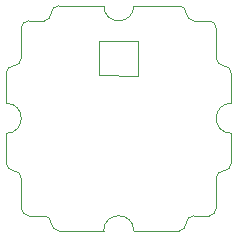
<source format=gm1>
G04 #@! TF.GenerationSoftware,KiCad,Pcbnew,5.1.5*
G04 #@! TF.CreationDate,2020-05-19T10:20:19+02:00*
G04 #@! TF.ProjectId,amoeba-king,616d6f65-6261-42d6-9b69-6e672e6b6963,rev?*
G04 #@! TF.SameCoordinates,Original*
G04 #@! TF.FileFunction,Profile,NP*
%FSLAX46Y46*%
G04 Gerber Fmt 4.6, Leading zero omitted, Abs format (unit mm)*
G04 Created by KiCad (PCBNEW 5.1.5) date 2020-05-19 10:20:19*
%MOMM*%
%LPD*%
G04 APERTURE LIST*
%ADD10C,0.100000*%
G04 APERTURE END LIST*
D10*
X77089000Y-162115500D02*
X77089000Y-162242500D01*
X76962000Y-162115500D02*
X77089000Y-162115500D01*
X73787000Y-162115500D02*
X73787000Y-162242500D01*
X73914000Y-162115500D02*
X73787000Y-162115500D01*
X76962000Y-162115500D02*
X73914000Y-162115500D01*
X77089000Y-165039040D02*
X77089000Y-162242500D01*
X73789540Y-165036500D02*
X77089000Y-165039040D01*
X73787000Y-162242500D02*
X73789540Y-165036500D01*
X83058000Y-176911000D02*
X81788000Y-176911000D01*
X84963000Y-169926000D02*
G75*
G02X84963000Y-167386000I0J1270000D01*
G01*
X84963000Y-169926000D02*
X84963000Y-172466000D01*
X65913000Y-169926000D02*
X65913000Y-172466000D01*
X70358000Y-159131000D02*
X74168000Y-159131000D01*
X76708000Y-159131000D02*
G75*
G02X74168000Y-159131000I-1270000J0D01*
G01*
X65913000Y-167386000D02*
G75*
G02X65913000Y-169926000I0J-1270000D01*
G01*
X70358000Y-178181000D02*
X74168000Y-178181000D01*
X74168000Y-178181000D02*
G75*
G02X76708000Y-178181000I1270000J0D01*
G01*
X83693000Y-176276000D02*
X83693000Y-173736000D01*
X81153000Y-177546000D02*
G75*
G02X80518000Y-178181000I-635000J0D01*
G01*
X81153000Y-177546000D02*
G75*
G02X81788000Y-176911000I635000J0D01*
G01*
X83693000Y-176276000D02*
G75*
G02X83058000Y-176911000I-635000J0D01*
G01*
X84963000Y-172466000D02*
G75*
G02X84328000Y-173101000I-635000J0D01*
G01*
X83693000Y-173736000D02*
G75*
G02X84328000Y-173101000I635000J0D01*
G01*
X67818000Y-176911000D02*
X69088000Y-176911000D01*
X67183000Y-173736000D02*
X67183000Y-176276000D01*
X70358000Y-178181000D02*
G75*
G02X69723000Y-177546000I0J635000D01*
G01*
X69088000Y-176911000D02*
G75*
G02X69723000Y-177546000I0J-635000D01*
G01*
X67818000Y-176911000D02*
G75*
G02X67183000Y-176276000I0J635000D01*
G01*
X66548000Y-173101000D02*
G75*
G02X67183000Y-173736000I0J-635000D01*
G01*
X66548000Y-173101000D02*
G75*
G02X65913000Y-172466000I0J635000D01*
G01*
X67183000Y-161036000D02*
X67183000Y-163576000D01*
X67818000Y-160401000D02*
X69088000Y-160401000D01*
X65913000Y-164846000D02*
G75*
G02X66548000Y-164211000I635000J0D01*
G01*
X67183000Y-163576000D02*
G75*
G02X66548000Y-164211000I-635000J0D01*
G01*
X67183000Y-161036000D02*
G75*
G02X67818000Y-160401000I635000J0D01*
G01*
X69723000Y-159766000D02*
G75*
G02X70358000Y-159131000I635000J0D01*
G01*
X69723000Y-159766000D02*
G75*
G02X69088000Y-160401000I-635000J0D01*
G01*
X83693000Y-161036000D02*
X83693000Y-163576000D01*
X81788000Y-160401000D02*
X83058000Y-160401000D01*
X80518000Y-159131000D02*
G75*
G02X81153000Y-159766000I0J-635000D01*
G01*
X81788000Y-160401000D02*
G75*
G02X81153000Y-159766000I0J635000D01*
G01*
X83058000Y-160401000D02*
G75*
G02X83693000Y-161036000I0J-635000D01*
G01*
X84328000Y-164211000D02*
G75*
G02X83693000Y-163576000I0J635000D01*
G01*
X84328000Y-164211000D02*
G75*
G02X84963000Y-164846000I0J-635000D01*
G01*
X80518000Y-159131000D02*
X76708000Y-159131000D01*
X76708000Y-178181000D02*
X80518000Y-178181000D01*
X65913000Y-167386000D02*
X65913000Y-164846000D01*
X84963000Y-167386000D02*
X84963000Y-164846000D01*
M02*

</source>
